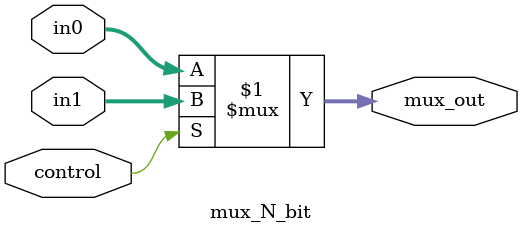
<source format=v>
module mux_N_bit (in0, in1, mux_out, control);
	parameter N = 32;
	input [N-1:0] in0, in1;
	output [N-1:0] mux_out;
	input control;
	assign mux_out=control?in1:in0;
endmodule

</source>
